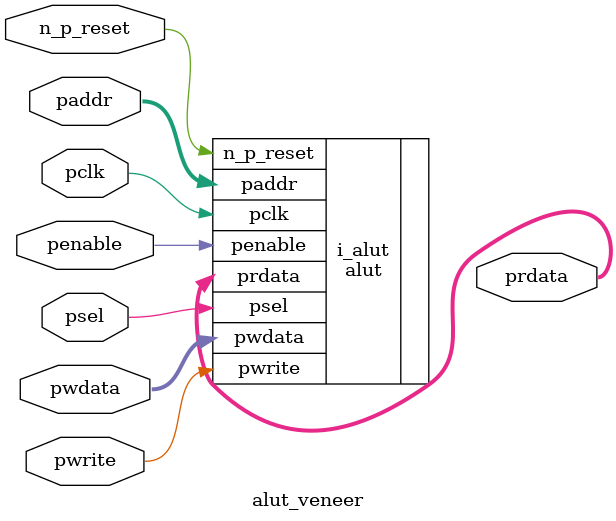
<source format=v>
module alut_veneer
(   
   // Inputs
   pclk,
   n_p_reset,
   psel,            
   penable,       
   pwrite,         
   paddr,           
   pwdata,          

   // Outputs
   prdata  
);

   // APB Inputs
   input             pclk;               // APB clock                          
   input             n_p_reset;          // Reset                              
   input             psel;               // Module select signal               
   input             penable;            // Enable signal                      
   input             pwrite;             // Write when HIGH and read when LOW  
   input [6:0]       paddr;              // Address bus for read write         
   input [31:0]      pwdata;             // APB write bus                      

   output [31:0]     prdata;             // APB read bus                       


//-----------------------------------------------------------------------
//##############################################################################
// if the ALUT is NOT black boxed 
//##############################################################################
`ifndef FV_KIT_BLACK_BOX_LUT 


alut i_alut (
        //inputs
        . n_p_reset(n_p_reset),
        . pclk(pclk),
        . psel(psel),
        . penable(penable),
        . pwrite(pwrite),
        . paddr(paddr[6:0]),
        . pwdata(pwdata),

        //outputs
        . prdata(prdata)
);


`else 
//##############################################################################
// if the <module> is black boxed 
//##############################################################################

   // APB Inputs
   wire              pclk;               // APB clock                          
   wire              n_p_reset;          // Reset                              
   wire              psel;               // Module select signal               
   wire              penable;            // Enable signal                      
   wire              pwrite;             // Write when HIGH and read when LOW  
   wire  [6:0]       paddr;              // Address bus for read write         
   wire  [31:0]      pwdata;             // APB write bus                      

   reg   [31:0]      prdata;             // APB read bus                       


`endif

endmodule

</source>
